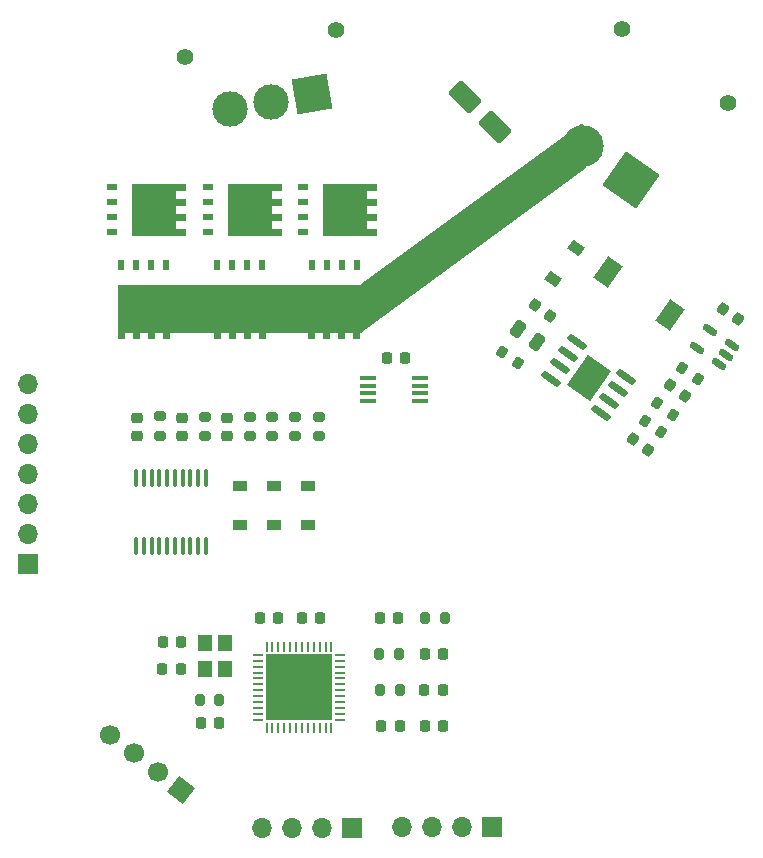
<source format=gbr>
%TF.GenerationSoftware,KiCad,Pcbnew,(6.0.7)*%
%TF.CreationDate,2022-08-30T09:52:08+08:00*%
%TF.ProjectId,rm_foc_driver,726d5f66-6f63-45f6-9472-697665722e6b,rev?*%
%TF.SameCoordinates,Original*%
%TF.FileFunction,Soldermask,Top*%
%TF.FilePolarity,Negative*%
%FSLAX46Y46*%
G04 Gerber Fmt 4.6, Leading zero omitted, Abs format (unit mm)*
G04 Created by KiCad (PCBNEW (6.0.7)) date 2022-08-30 09:52:08*
%MOMM*%
%LPD*%
G01*
G04 APERTURE LIST*
G04 Aperture macros list*
%AMRoundRect*
0 Rectangle with rounded corners*
0 $1 Rounding radius*
0 $2 $3 $4 $5 $6 $7 $8 $9 X,Y pos of 4 corners*
0 Add a 4 corners polygon primitive as box body*
4,1,4,$2,$3,$4,$5,$6,$7,$8,$9,$2,$3,0*
0 Add four circle primitives for the rounded corners*
1,1,$1+$1,$2,$3*
1,1,$1+$1,$4,$5*
1,1,$1+$1,$6,$7*
1,1,$1+$1,$8,$9*
0 Add four rect primitives between the rounded corners*
20,1,$1+$1,$2,$3,$4,$5,0*
20,1,$1+$1,$4,$5,$6,$7,0*
20,1,$1+$1,$6,$7,$8,$9,0*
20,1,$1+$1,$8,$9,$2,$3,0*%
%AMHorizOval*
0 Thick line with rounded ends*
0 $1 width*
0 $2 $3 position (X,Y) of the first rounded end (center of the circle)*
0 $4 $5 position (X,Y) of the second rounded end (center of the circle)*
0 Add line between two ends*
20,1,$1,$2,$3,$4,$5,0*
0 Add two circle primitives to create the rounded ends*
1,1,$1,$2,$3*
1,1,$1,$4,$5*%
%AMRotRect*
0 Rectangle, with rotation*
0 The origin of the aperture is its center*
0 $1 length*
0 $2 width*
0 $3 Rotation angle, in degrees counterclockwise*
0 Add horizontal line*
21,1,$1,$2,0,0,$3*%
%AMFreePoly0*
4,1,17,2.675000,1.605000,1.875000,1.605000,1.875000,0.935000,2.675000,0.935000,2.675000,0.335000,1.875000,0.335000,1.875000,-0.335000,2.675000,-0.335000,2.675000,-0.935000,1.875000,-0.935000,1.875000,-1.605000,2.675000,-1.605000,2.675000,-2.205000,-1.875000,-2.205000,-1.875000,2.205000,2.675000,2.205000,2.675000,1.605000,2.675000,1.605000,$1*%
G04 Aperture macros list end*
%ADD10FreePoly0,270.000000*%
%ADD11R,0.500000X0.850000*%
%ADD12R,1.450000X0.450000*%
%ADD13RoundRect,0.200000X0.321564X0.110552X-0.006097X0.339982X-0.321564X-0.110552X0.006097X-0.339982X0*%
%ADD14R,1.200000X0.900000*%
%ADD15RoundRect,0.225000X0.225000X0.250000X-0.225000X0.250000X-0.225000X-0.250000X0.225000X-0.250000X0*%
%ADD16RoundRect,0.150000X0.505852X-0.171085X-0.333779X0.416831X-0.505852X0.171085X0.333779X-0.416831X0*%
%ADD17RoundRect,0.200000X0.275000X-0.200000X0.275000X0.200000X-0.275000X0.200000X-0.275000X-0.200000X0*%
%ADD18RoundRect,0.200000X-0.200000X-0.275000X0.200000X-0.275000X0.200000X0.275000X-0.200000X0.275000X0*%
%ADD19RoundRect,0.225000X0.250000X-0.225000X0.250000X0.225000X-0.250000X0.225000X-0.250000X-0.225000X0*%
%ADD20RoundRect,0.250000X0.477237X0.245703X0.067661X0.532491X-0.477237X-0.245703X-0.067661X-0.532491X0*%
%ADD21RotRect,1.700000X1.700000X232.000000*%
%ADD22HorizOval,1.700000X0.000000X0.000000X0.000000X0.000000X0*%
%ADD23R,1.700000X1.700000*%
%ADD24O,1.700000X1.700000*%
%ADD25RoundRect,0.225000X-0.327703X-0.075733X0.040915X-0.333843X0.327703X0.075733X-0.040915X0.333843X0*%
%ADD26RoundRect,0.225000X-0.225000X-0.250000X0.225000X-0.250000X0.225000X0.250000X-0.225000X0.250000X0*%
%ADD27FreePoly0,0.000000*%
%ADD28R,0.850000X0.500000*%
%ADD29RoundRect,0.225000X0.327703X0.075733X-0.040915X0.333843X-0.327703X-0.075733X0.040915X-0.333843X0*%
%ADD30C,1.400000*%
%ADD31RotRect,3.500000X3.500000X325.000000*%
%ADD32C,3.500000*%
%ADD33RotRect,3.000000X3.000000X10.000000*%
%ADD34C,3.000000*%
%ADD35RoundRect,0.100000X0.100000X-0.637500X0.100000X0.637500X-0.100000X0.637500X-0.100000X-0.637500X0*%
%ADD36RotRect,2.400000X3.100000X325.000000*%
%ADD37RoundRect,0.150000X-0.690161X0.300140X0.518088X-0.545885X0.690161X-0.300140X-0.518088X0.545885X0*%
%ADD38RoundRect,0.218750X0.218750X0.256250X-0.218750X0.256250X-0.218750X-0.256250X0.218750X-0.256250X0*%
%ADD39RoundRect,0.200000X-0.321564X-0.110552X0.006097X-0.339982X0.321564X0.110552X-0.006097X0.339982X0*%
%ADD40RoundRect,0.250000X1.131371X-0.353553X-0.353553X1.131371X-1.131371X0.353553X0.353553X-1.131371X0*%
%ADD41RoundRect,0.200000X0.200000X0.275000X-0.200000X0.275000X-0.200000X-0.275000X0.200000X-0.275000X0*%
%ADD42RotRect,0.900000X1.200000X55.000000*%
%ADD43R,1.200000X1.400000*%
%ADD44RoundRect,0.062500X-0.375000X-0.062500X0.375000X-0.062500X0.375000X0.062500X-0.375000X0.062500X0*%
%ADD45RoundRect,0.062500X-0.062500X-0.375000X0.062500X-0.375000X0.062500X0.375000X-0.062500X0.375000X0*%
%ADD46R,5.600000X5.600000*%
%ADD47RotRect,1.500000X2.200000X325.000000*%
G04 APERTURE END LIST*
D10*
%TO.C,Q5*%
X161544000Y-87772000D03*
D11*
X163449000Y-84222000D03*
X162179000Y-84222000D03*
X160909000Y-84222000D03*
X159639000Y-84222000D03*
%TD*%
D12*
%TO.C,U6*%
X164424000Y-93767000D03*
X164424000Y-94417000D03*
X164424000Y-95067000D03*
X164424000Y-95717000D03*
X168824000Y-95717000D03*
X168824000Y-95067000D03*
X168824000Y-94417000D03*
X168824000Y-93767000D03*
%TD*%
D13*
%TO.C,R6*%
X177096399Y-92475083D03*
X175744799Y-91528681D03*
%TD*%
D14*
%TO.C,D5*%
X156413200Y-106196400D03*
X156413200Y-102896400D03*
%TD*%
D15*
%TO.C,C34*%
X167086000Y-123258000D03*
X165536000Y-123258000D03*
%TD*%
D10*
%TO.C,Q1*%
X145415000Y-87772000D03*
D11*
X147320000Y-84222000D03*
X146050000Y-84222000D03*
X144780000Y-84222000D03*
X143510000Y-84222000D03*
%TD*%
D16*
%TO.C,U2*%
X194161890Y-92560980D03*
X194706787Y-91782785D03*
X195251685Y-91004591D03*
X193388114Y-89699704D03*
X192298319Y-91256093D03*
%TD*%
D17*
%TO.C,R17*%
X146786600Y-98665800D03*
X146786600Y-97015800D03*
%TD*%
D18*
%TO.C,R3*%
X169232000Y-114114000D03*
X170882000Y-114114000D03*
%TD*%
D19*
%TO.C,C13*%
X144881600Y-98666600D03*
X144881600Y-97116600D03*
%TD*%
D15*
%TO.C,C37*%
X166959000Y-114114000D03*
X165409000Y-114114000D03*
%TD*%
%TO.C,C15*%
X167526000Y-92075000D03*
X165976000Y-92075000D03*
%TD*%
%TO.C,C9*%
X148574000Y-116107000D03*
X147024000Y-116107000D03*
%TD*%
D20*
%TO.C,C3*%
X178680274Y-90697630D03*
X177123886Y-89607834D03*
%TD*%
D10*
%TO.C,Q3*%
X153543000Y-87772000D03*
D11*
X155448000Y-84222000D03*
X154178000Y-84222000D03*
X152908000Y-84222000D03*
X151638000Y-84222000D03*
%TD*%
D14*
%TO.C,D4*%
X159359600Y-106196400D03*
X159359600Y-102896400D03*
%TD*%
D21*
%TO.C,J4*%
X148590000Y-128651000D03*
D22*
X146588453Y-127087220D03*
X144586905Y-125523440D03*
X142585358Y-123959660D03*
%TD*%
D23*
%TO.C,J1*%
X174869000Y-131769000D03*
D24*
X172329000Y-131769000D03*
X169789000Y-131769000D03*
X167249000Y-131769000D03*
%TD*%
D25*
%TO.C,C8*%
X186802412Y-98961226D03*
X188072098Y-99850270D03*
%TD*%
D15*
%TO.C,C35*%
X156812000Y-114114000D03*
X155262000Y-114114000D03*
%TD*%
D26*
%TO.C,C6*%
X169219000Y-123258000D03*
X170769000Y-123258000D03*
%TD*%
D27*
%TO.C,Q6*%
X162448000Y-79502000D03*
D28*
X158898000Y-77597000D03*
X158898000Y-78867000D03*
X158898000Y-80137000D03*
X158898000Y-81407000D03*
%TD*%
D23*
%TO.C,J5*%
X135636000Y-109474000D03*
D24*
X135636000Y-106934000D03*
X135636000Y-104394000D03*
X135636000Y-101854000D03*
X135636000Y-99314000D03*
X135636000Y-96774000D03*
X135636000Y-94234000D03*
%TD*%
D29*
%TO.C,C2*%
X195741977Y-88786712D03*
X194472291Y-87897668D03*
%TD*%
D30*
%TO.C,J6*%
X194883220Y-70491209D03*
X185872548Y-64181868D03*
D31*
X186690000Y-76962000D03*
D32*
X182594240Y-74094118D03*
%TD*%
D30*
%TO.C,J8*%
X161715778Y-64309412D03*
X148913278Y-66566838D03*
D33*
X159629596Y-69754395D03*
D34*
X156182769Y-70362164D03*
X152735942Y-70969932D03*
%TD*%
D14*
%TO.C,D6*%
X153568400Y-106196400D03*
X153568400Y-102896400D03*
%TD*%
D27*
%TO.C,Q4*%
X154447000Y-79502000D03*
D28*
X150897000Y-77597000D03*
X150897000Y-78867000D03*
X150897000Y-80137000D03*
X150897000Y-81407000D03*
%TD*%
D27*
%TO.C,Q2*%
X146304000Y-79502000D03*
D28*
X142754000Y-77597000D03*
X142754000Y-78867000D03*
X142754000Y-80137000D03*
X142754000Y-81407000D03*
%TD*%
D17*
%TO.C,R14*%
X160248600Y-98716600D03*
X160248600Y-97066600D03*
%TD*%
D35*
%TO.C,U4*%
X144801400Y-107967700D03*
X145451400Y-107967700D03*
X146101400Y-107967700D03*
X146751400Y-107967700D03*
X147401400Y-107967700D03*
X148051400Y-107967700D03*
X148701400Y-107967700D03*
X149351400Y-107967700D03*
X150001400Y-107967700D03*
X150651400Y-107967700D03*
X150651400Y-102242700D03*
X150001400Y-102242700D03*
X149351400Y-102242700D03*
X148701400Y-102242700D03*
X148051400Y-102242700D03*
X147401400Y-102242700D03*
X146751400Y-102242700D03*
X146101400Y-102242700D03*
X145451400Y-102242700D03*
X144801400Y-102242700D03*
%TD*%
D26*
%TO.C,C4*%
X150228000Y-122936000D03*
X151778000Y-122936000D03*
%TD*%
D36*
%TO.C,U1*%
X183091253Y-93735677D03*
D37*
X182084839Y-90705403D03*
X181356397Y-91745726D03*
X180627955Y-92786049D03*
X179899513Y-93826372D03*
X184097667Y-96765951D03*
X184826109Y-95725628D03*
X185554551Y-94685305D03*
X186282993Y-93644982D03*
%TD*%
D17*
%TO.C,R13*%
X154406600Y-98716600D03*
X154406600Y-97066600D03*
%TD*%
D38*
%TO.C,D2*%
X170717500Y-120210000D03*
X169142500Y-120210000D03*
%TD*%
D17*
%TO.C,R15*%
X150596600Y-98716600D03*
X150596600Y-97066600D03*
%TD*%
D15*
%TO.C,C36*%
X160368000Y-114114000D03*
X158818000Y-114114000D03*
%TD*%
%TO.C,C11*%
X148531500Y-118393000D03*
X146981500Y-118393000D03*
%TD*%
D17*
%TO.C,R16*%
X158216600Y-98716600D03*
X158216600Y-97066600D03*
%TD*%
D29*
%TO.C,C7*%
X179823522Y-88493176D03*
X178553836Y-87604132D03*
%TD*%
D19*
%TO.C,C12*%
X148691600Y-98666600D03*
X148691600Y-97116600D03*
%TD*%
D17*
%TO.C,R18*%
X156311600Y-98716600D03*
X156311600Y-97066600D03*
%TD*%
D23*
%TO.C,J3*%
X163068000Y-131826000D03*
D24*
X160528000Y-131826000D03*
X157988000Y-131826000D03*
X155448000Y-131826000D03*
%TD*%
D18*
%TO.C,R4*%
X165359000Y-117162000D03*
X167009000Y-117162000D03*
%TD*%
D39*
%TO.C,R7*%
X188873938Y-95915612D03*
X190225538Y-96862014D03*
%TD*%
%TO.C,R2*%
X190986419Y-92898675D03*
X192338019Y-93845077D03*
%TD*%
D25*
%TO.C,C5*%
X190007558Y-94383804D03*
X191277244Y-95272848D03*
%TD*%
D40*
%TO.C,C22*%
X175135792Y-72519792D03*
X172590208Y-69974208D03*
%TD*%
D41*
%TO.C,R1*%
X151828000Y-121031000D03*
X150178000Y-121031000D03*
%TD*%
D42*
%TO.C,D3*%
X180094787Y-85426091D03*
X181987589Y-82722889D03*
%TD*%
D43*
%TO.C,Y1*%
X150573000Y-116166500D03*
X150573000Y-118366500D03*
X152273000Y-118366500D03*
X152273000Y-116166500D03*
%TD*%
D18*
%TO.C,R5*%
X165422000Y-120210000D03*
X167072000Y-120210000D03*
%TD*%
D44*
%TO.C,U3*%
X155126500Y-117206000D03*
X155126500Y-117706000D03*
X155126500Y-118206000D03*
X155126500Y-118706000D03*
X155126500Y-119206000D03*
X155126500Y-119706000D03*
X155126500Y-120206000D03*
X155126500Y-120706000D03*
X155126500Y-121206000D03*
X155126500Y-121706000D03*
X155126500Y-122206000D03*
X155126500Y-122706000D03*
D45*
X155814000Y-123393500D03*
X156314000Y-123393500D03*
X156814000Y-123393500D03*
X157314000Y-123393500D03*
X157814000Y-123393500D03*
X158314000Y-123393500D03*
X158814000Y-123393500D03*
X159314000Y-123393500D03*
X159814000Y-123393500D03*
X160314000Y-123393500D03*
X160814000Y-123393500D03*
X161314000Y-123393500D03*
D44*
X162001500Y-122706000D03*
X162001500Y-122206000D03*
X162001500Y-121706000D03*
X162001500Y-121206000D03*
X162001500Y-120706000D03*
X162001500Y-120206000D03*
X162001500Y-119706000D03*
X162001500Y-119206000D03*
X162001500Y-118706000D03*
X162001500Y-118206000D03*
X162001500Y-117706000D03*
X162001500Y-117206000D03*
D45*
X161314000Y-116518500D03*
X160814000Y-116518500D03*
X160314000Y-116518500D03*
X159814000Y-116518500D03*
X159314000Y-116518500D03*
X158814000Y-116518500D03*
X158314000Y-116518500D03*
X157814000Y-116518500D03*
X157314000Y-116518500D03*
X156814000Y-116518500D03*
X156314000Y-116518500D03*
X155814000Y-116518500D03*
D46*
X158564000Y-119956000D03*
%TD*%
D39*
%TO.C,R8*%
X187854119Y-97372065D03*
X189205719Y-98318467D03*
%TD*%
D47*
%TO.C,L1*%
X184703713Y-84778555D03*
X189946287Y-88449445D03*
%TD*%
D19*
%TO.C,C10*%
X152501600Y-98666600D03*
X152501600Y-97116600D03*
%TD*%
D38*
%TO.C,D1*%
X170781500Y-117162000D03*
X169206500Y-117162000D03*
%TD*%
G36*
X182577225Y-72262777D02*
G01*
X182626811Y-72313588D01*
X182641216Y-72364239D01*
X182875396Y-75876941D01*
X182859969Y-75946241D01*
X182824187Y-75986929D01*
X163863263Y-89891607D01*
X163796501Y-89915761D01*
X163788751Y-89916000D01*
X143382000Y-89916000D01*
X143313879Y-89895998D01*
X143267386Y-89842342D01*
X143256000Y-89790000D01*
X143256000Y-85978000D01*
X143276002Y-85909879D01*
X143329658Y-85863386D01*
X143382000Y-85852000D01*
X163811885Y-85852000D01*
X163842197Y-85843100D01*
X182441222Y-72270838D01*
X182508040Y-72246841D01*
X182577225Y-72262777D01*
G37*
M02*

</source>
